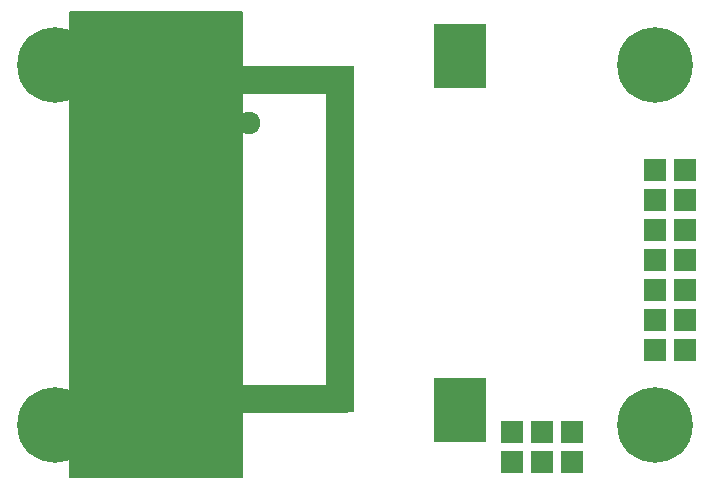
<source format=gbr>
G04 #@! TF.GenerationSoftware,KiCad,Pcbnew,(6.0.0-rc1-dev-205-gc0615c5ef)*
G04 #@! TF.CreationDate,2018-08-06T11:32:11+02:00*
G04 #@! TF.ProjectId,PCRD04B,504352443034422E6B696361645F7063,REV*
G04 #@! TF.SameCoordinates,Original*
G04 #@! TF.FileFunction,Soldermask,Top*
G04 #@! TF.FilePolarity,Negative*
%FSLAX46Y46*%
G04 Gerber Fmt 4.6, Leading zero omitted, Abs format (unit mm)*
G04 Created by KiCad (PCBNEW (6.0.0-rc1-dev-205-gc0615c5ef)) date 08/06/18 11:32:11*
%MOMM*%
%LPD*%
G01*
G04 APERTURE LIST*
%ADD10C,0.150000*%
%ADD11R,4.400000X5.400000*%
%ADD12R,1.924000X1.924000*%
%ADD13C,6.400000*%
%ADD14R,20.500000X2.400000*%
%ADD15R,2.400000X29.400000*%
%ADD16C,2.100000*%
%ADD17C,1.924000*%
G04 APERTURE END LIST*
D10*
G36*
X6350000Y40005000D02*
X6350000Y635000D01*
X20955000Y635000D01*
X20955000Y40005000D01*
X6350000Y40005000D01*
G37*
X6350000Y40005000D02*
X6350000Y635000D01*
X20955000Y635000D01*
X20955000Y40005000D01*
X6350000Y40005000D01*
D11*
G04 #@! TO.C,BT1*
X39370000Y36350000D03*
X39370000Y6350000D03*
G04 #@! TD*
D12*
G04 #@! TO.C,J1*
X48895000Y4445000D03*
X48895000Y1905000D03*
X46355000Y4445000D03*
X46355000Y1905000D03*
X43815000Y4445000D03*
X43815000Y1905000D03*
G04 #@! TD*
G04 #@! TO.C,J2*
X55880000Y21590000D03*
X58420000Y21590000D03*
G04 #@! TD*
G04 #@! TO.C,J3*
X58420000Y19050000D03*
X55880000Y19050000D03*
G04 #@! TD*
G04 #@! TO.C,J4*
X55880000Y16510000D03*
X58420000Y16510000D03*
G04 #@! TD*
G04 #@! TO.C,J5*
X55880000Y26670000D03*
X58420000Y26670000D03*
G04 #@! TD*
G04 #@! TO.C,J6*
X58420000Y24130000D03*
X55880000Y24130000D03*
G04 #@! TD*
G04 #@! TO.C,J7*
X58420000Y11430000D03*
X55880000Y11430000D03*
G04 #@! TD*
D13*
G04 #@! TO.C,M1*
X5080000Y35560000D03*
G04 #@! TD*
G04 #@! TO.C,M2*
X55880000Y35560000D03*
G04 #@! TD*
G04 #@! TO.C,M3*
X55880000Y5080000D03*
G04 #@! TD*
G04 #@! TO.C,M4*
X5080000Y5080000D03*
G04 #@! TD*
D12*
G04 #@! TO.C,J11*
X55880000Y13970000D03*
X58420000Y13970000D03*
G04 #@! TD*
D14*
G04 #@! TO.C,M5*
X19685000Y34290000D03*
X19685000Y7290000D03*
D15*
X29235000Y20790000D03*
X10135000Y20790000D03*
G04 #@! TD*
D16*
G04 #@! TO.C,D2*
X16550000Y28100000D03*
X16550000Y30640000D03*
D17*
X21550000Y30640000D03*
G04 #@! TD*
M02*

</source>
